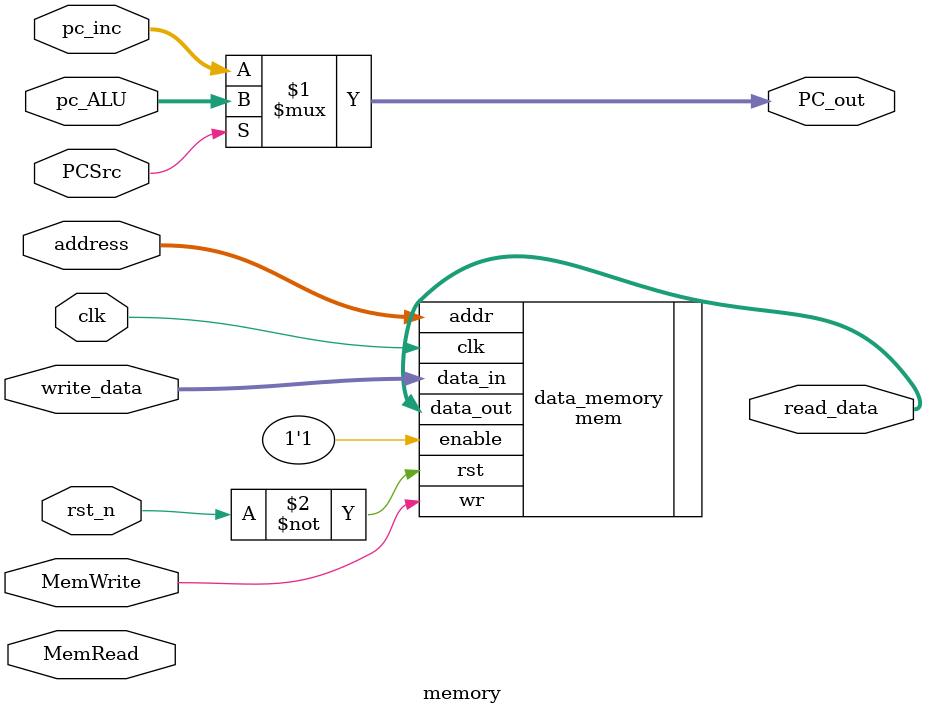
<source format=sv>
module memory (
    input  logic        clk,
    input  logic        rst_n,
    input  logic [7:0]  pc_inc,       // PC + 1
    input  logic [7:0]  pc_ALU,       // ALU result
    input  logic [7:0]  address,      // Memory address
    input  logic [7:0]  write_data,   // Data to be written
    input  logic        PCSrc,        // Select between PC + 1 and ALU result
    input  logic        MemWrite,     // Write enable
    input  logic        MemRead,      // Read enable (optional in this case)
    output logic [7:0]  PC_out,       // Updated PC
    output logic [7:0]  read_data     // Data read from memory
);

    assign PC_out = PCSrc ? pc_ALU : pc_inc;

    mem data_memory (
        .addr(address),
        .data_out(read_data),
        .data_in(write_data), 
        .enable(1'b1),        
        .wr(MemWrite),         
        .clk(clk),
        .rst(~rst_n)         
    );

endmodule

</source>
